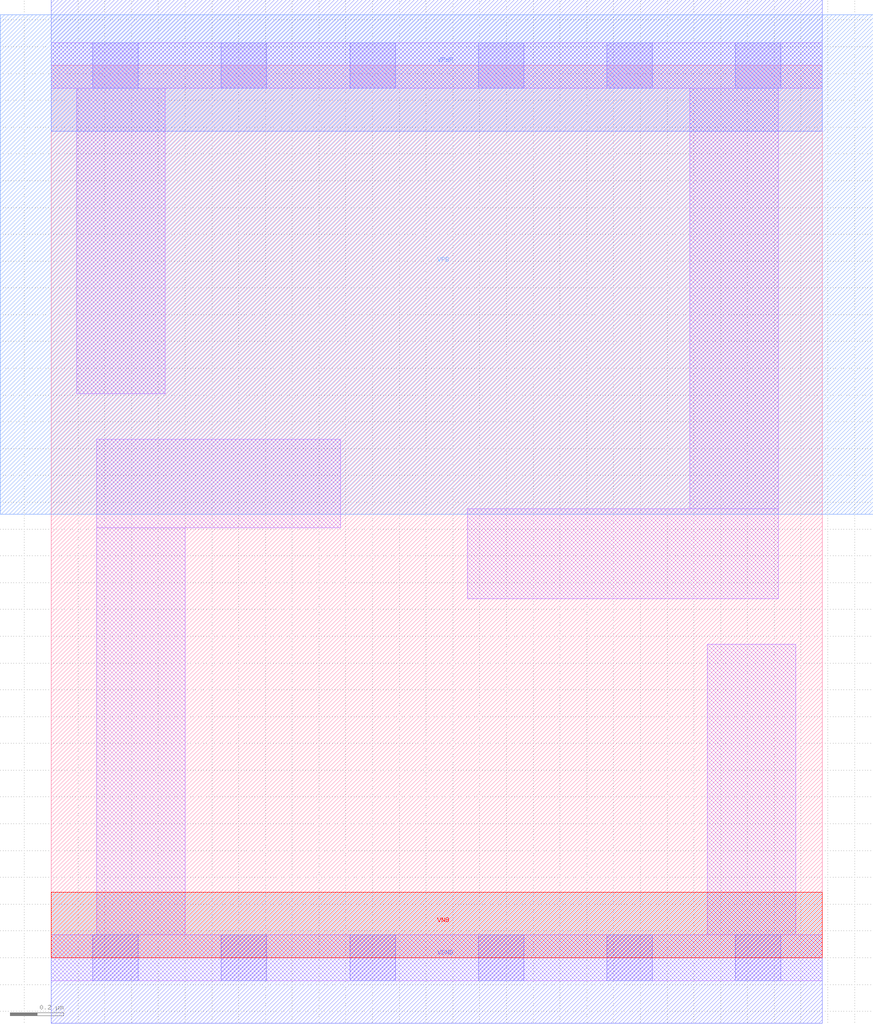
<source format=lef>
# Copyright 2020 The SkyWater PDK Authors
#
# Licensed under the Apache License, Version 2.0 (the "License");
# you may not use this file except in compliance with the License.
# You may obtain a copy of the License at
#
#     https://www.apache.org/licenses/LICENSE-2.0
#
# Unless required by applicable law or agreed to in writing, software
# distributed under the License is distributed on an "AS IS" BASIS,
# WITHOUT WARRANTIES OR CONDITIONS OF ANY KIND, either express or implied.
# See the License for the specific language governing permissions and
# limitations under the License.
#
# SPDX-License-Identifier: Apache-2.0

VERSION 5.7 ;
  NOWIREEXTENSIONATPIN ON ;
  DIVIDERCHAR "/" ;
  BUSBITCHARS "[]" ;
MACRO sky130_fd_sc_lp__decap_6
  CLASS CORE SPACER ;
  FOREIGN sky130_fd_sc_lp__decap_6 ;
  ORIGIN  0.000000  0.000000 ;
  SIZE  2.880000 BY  3.330000 ;
  SYMMETRY X Y R90 ;
  SITE unit ;
  PIN VNB
    PORT
      LAYER pwell ;
        RECT 0.000000 0.000000 2.880000 0.245000 ;
    END
  END VNB
  PIN VPB
    PORT
      LAYER nwell ;
        RECT -0.190000 1.655000 3.070000 3.520000 ;
    END
  END VPB
  PIN VGND
    DIRECTION INOUT ;
    USE GROUND ;
    PORT
      LAYER met1 ;
        RECT 0.000000 -0.245000 2.880000 0.245000 ;
    END
  END VGND
  PIN VPWR
    DIRECTION INOUT ;
    USE POWER ;
    PORT
      LAYER met1 ;
        RECT 0.000000 3.085000 2.880000 3.575000 ;
    END
  END VPWR
  OBS
    LAYER li1 ;
      RECT 0.000000 -0.085000 2.880000 0.085000 ;
      RECT 0.000000  3.245000 2.880000 3.415000 ;
      RECT 0.095000  2.105000 0.425000 3.245000 ;
      RECT 0.170000  0.085000 0.500000 1.605000 ;
      RECT 0.170000  1.605000 1.080000 1.935000 ;
      RECT 1.555000  1.340000 2.715000 1.675000 ;
      RECT 2.385000  1.675000 2.715000 3.245000 ;
      RECT 2.450000  0.085000 2.780000 1.170000 ;
    LAYER mcon ;
      RECT 0.155000 -0.085000 0.325000 0.085000 ;
      RECT 0.155000  3.245000 0.325000 3.415000 ;
      RECT 0.635000 -0.085000 0.805000 0.085000 ;
      RECT 0.635000  3.245000 0.805000 3.415000 ;
      RECT 1.115000 -0.085000 1.285000 0.085000 ;
      RECT 1.115000  3.245000 1.285000 3.415000 ;
      RECT 1.595000 -0.085000 1.765000 0.085000 ;
      RECT 1.595000  3.245000 1.765000 3.415000 ;
      RECT 2.075000 -0.085000 2.245000 0.085000 ;
      RECT 2.075000  3.245000 2.245000 3.415000 ;
      RECT 2.555000 -0.085000 2.725000 0.085000 ;
      RECT 2.555000  3.245000 2.725000 3.415000 ;
  END
END sky130_fd_sc_lp__decap_6
END LIBRARY

</source>
